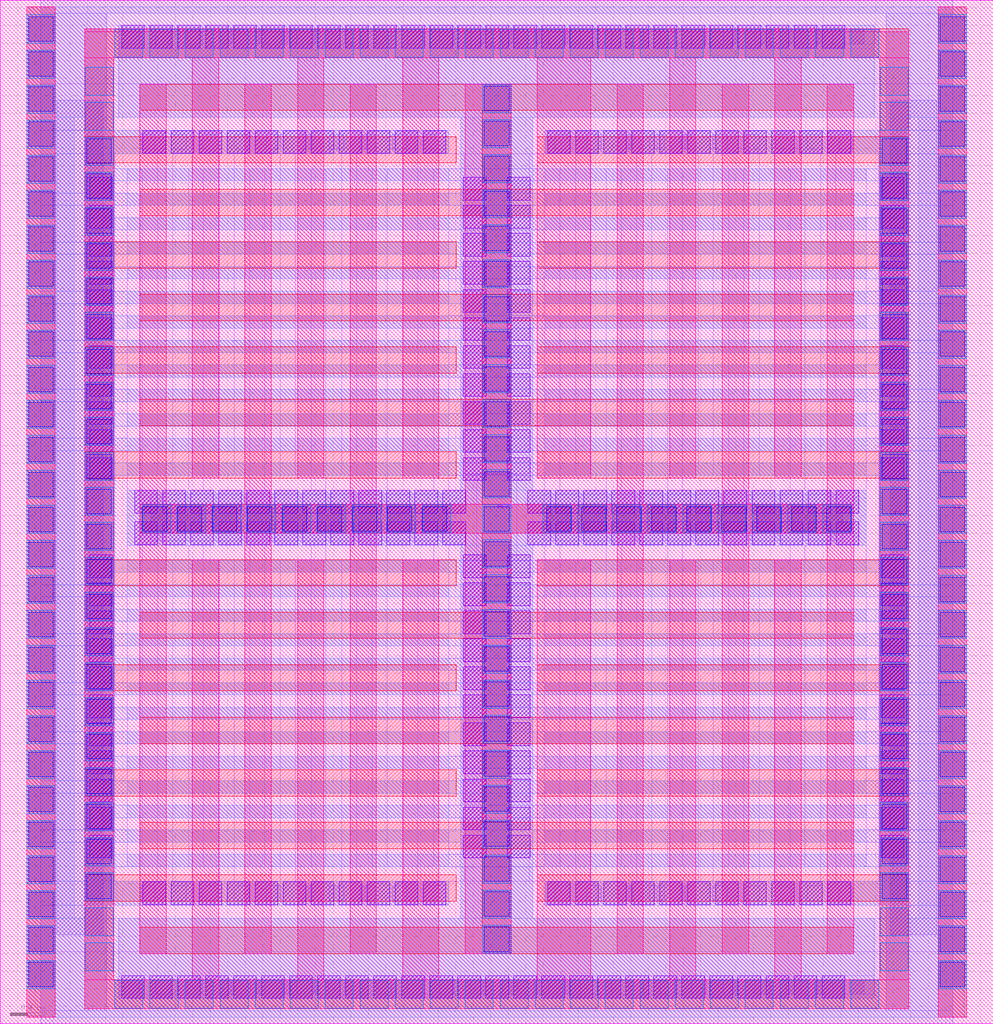
<source format=lef>
# Copyright 2020 The SkyWater PDK Authors
#
# Licensed under the Apache License, Version 2.0 (the "License");
# you may not use this file except in compliance with the License.
# You may obtain a copy of the License at
#
#     https://www.apache.org/licenses/LICENSE-2.0
#
# Unless required by applicable law or agreed to in writing, software
# distributed under the License is distributed on an "AS IS" BASIS,
# WITHOUT WARRANTIES OR CONDITIONS OF ANY KIND, either express or implied.
# See the License for the specific language governing permissions and
# limitations under the License.
#
# SPDX-License-Identifier: Apache-2.0

VERSION 5.7 ;
  NOWIREEXTENSIONATPIN ON ;
  DIVIDERCHAR "/" ;
  BUSBITCHARS "[]" ;
MACRO sky130_fd_pr__cap_vpp_11p3x11p8_l1m1m2m3m4_shieldm5_nhv
  CLASS BLOCK ;
  FOREIGN sky130_fd_pr__cap_vpp_11p3x11p8_l1m1m2m3m4_shieldm5_nhv ;
  ORIGIN  0.000000  0.000000 ;
  SIZE  11.34000 BY  11.69000 ;
  PIN C0
    ANTENNAGATEAREA  80.00000 ;
    PORT
      LAYER met4 ;
        RECT  0.300000 0.075000  0.630000 11.615000 ;
        RECT  1.595000 0.800000  1.895000  5.600000 ;
        RECT  1.595000 5.600000  9.745000  5.930000 ;
        RECT  1.595000 5.930000  1.895000 10.730000 ;
        RECT  2.795000 0.800000  3.095000  5.600000 ;
        RECT  2.795000 5.930000  3.095000 10.730000 ;
        RECT  3.995000 0.800000  4.295000  5.600000 ;
        RECT  3.995000 5.930000  4.295000 10.730000 ;
        RECT  5.310000 0.800000  5.835000  5.600000 ;
        RECT  5.310000 5.930000  5.835000 10.730000 ;
        RECT  7.045000 0.800000  7.345000  5.600000 ;
        RECT  7.045000 5.930000  7.345000 10.730000 ;
        RECT  8.245000 0.800000  8.545000  5.600000 ;
        RECT  8.245000 5.930000  8.545000 10.730000 ;
        RECT  9.445000 0.800000  9.745000  5.600000 ;
        RECT  9.445000 5.930000  9.745000 10.730000 ;
        RECT 10.710000 0.075000 11.040000 11.615000 ;
    END
  END C0
  PIN C1
    ANTENNADIFFAREA  29.799999 ;
    PORT
      LAYER met4 ;
        RECT  0.965000  0.170000 10.375000  0.500000 ;
        RECT  0.965000  0.500000  1.295000 11.030000 ;
        RECT  0.965000 11.030000 10.375000 11.330000 ;
        RECT  0.965000 11.330000 10.045000 11.360000 ;
        RECT  2.195000  0.500000  2.495000  5.300000 ;
        RECT  2.195000  6.230000  2.495000 11.030000 ;
        RECT  3.395000  0.500000  3.695000  5.300000 ;
        RECT  3.395000  6.230000  3.695000 11.030000 ;
        RECT  4.595000  0.500000  5.010000  5.300000 ;
        RECT  4.595000  6.230000  5.010000 11.030000 ;
        RECT  6.135000  0.500000  6.745000  5.300000 ;
        RECT  6.135000  6.230000  6.745000 11.030000 ;
        RECT  7.645000  0.500000  7.945000  5.300000 ;
        RECT  7.645000  6.230000  7.945000 11.030000 ;
        RECT  8.845000  0.500000  9.145000  5.300000 ;
        RECT  8.845000  6.230000  9.145000 11.030000 ;
        RECT 10.045000  0.500000 10.375000 11.030000 ;
    END
  END C1
  PIN MET5
    PORT
      LAYER met5 ;
        RECT 0.000000 0.000000 11.340000 11.690000 ;
    END
  END MET5
  OBS
    LAYER li1 ;
      RECT  0.465000  0.825000 10.875000  1.625000 ;
      RECT  0.465000  1.625000  1.175000  9.935000 ;
      RECT  0.465000  9.935000 10.875000 10.735000 ;
      RECT  1.355000  0.290000  9.980000  0.335000 ;
      RECT  1.355000  0.335000  9.985000  0.505000 ;
      RECT  1.355000  0.505000  9.980000  0.550000 ;
      RECT  1.355000 11.140000  9.980000 11.185000 ;
      RECT  1.355000 11.185000  9.985000 11.355000 ;
      RECT  1.355000 11.355000  9.980000 11.400000 ;
      RECT  1.450000  1.795000  1.620000  5.465000 ;
      RECT  1.450000  5.465000  5.260000  6.095000 ;
      RECT  1.450000  6.095000  1.620000  9.765000 ;
      RECT  1.800000  1.625000  1.970000  5.295000 ;
      RECT  1.800000  6.265000  1.970000  9.935000 ;
      RECT  2.150000  1.795000  2.320000  5.465000 ;
      RECT  2.150000  6.095000  2.320000  9.765000 ;
      RECT  2.500000  1.625000  2.670000  5.295000 ;
      RECT  2.500000  6.265000  2.670000  9.935000 ;
      RECT  2.850000  1.795000  3.020000  5.465000 ;
      RECT  2.850000  6.095000  3.020000  9.765000 ;
      RECT  3.200000  1.625000  3.370000  5.295000 ;
      RECT  3.200000  6.265000  3.370000  9.935000 ;
      RECT  3.550000  1.795000  3.720000  5.465000 ;
      RECT  3.550000  6.095000  3.720000  9.765000 ;
      RECT  3.900000  1.625000  4.070000  5.295000 ;
      RECT  3.900000  6.265000  4.070000  9.935000 ;
      RECT  4.250000  1.795000  4.420000  5.465000 ;
      RECT  4.250000  6.095000  4.420000  9.765000 ;
      RECT  4.600000  1.625000  4.770000  5.295000 ;
      RECT  4.600000  6.265000  4.770000  9.935000 ;
      RECT  4.950000  1.795000  5.120000  5.465000 ;
      RECT  4.950000  6.095000  5.120000  9.765000 ;
      RECT  5.300000  1.625000  6.040000  5.285000 ;
      RECT  5.300000  6.275000  5.900000  6.280000 ;
      RECT  5.300000  6.280000  6.040000  9.935000 ;
      RECT  5.440000  5.285000  5.900000  6.275000 ;
      RECT  6.080000  5.465000  9.890000  6.095000 ;
      RECT  6.220000  1.795000  6.390000  5.465000 ;
      RECT  6.220000  6.095000  6.390000  9.765000 ;
      RECT  6.570000  1.625000  6.740000  5.295000 ;
      RECT  6.570000  6.265000  6.740000  9.935000 ;
      RECT  6.920000  1.795000  7.090000  5.465000 ;
      RECT  6.920000  6.095000  7.090000  9.765000 ;
      RECT  7.270000  1.625000  7.440000  5.295000 ;
      RECT  7.270000  6.265000  7.440000  9.935000 ;
      RECT  7.620000  1.795000  7.790000  5.465000 ;
      RECT  7.620000  6.095000  7.790000  9.765000 ;
      RECT  7.970000  1.625000  8.140000  5.295000 ;
      RECT  7.970000  6.265000  8.140000  9.935000 ;
      RECT  8.320000  1.795000  8.490000  5.465000 ;
      RECT  8.320000  6.095000  8.490000  9.765000 ;
      RECT  8.670000  1.625000  8.840000  5.295000 ;
      RECT  8.670000  6.265000  8.840000  9.935000 ;
      RECT  9.020000  1.795000  9.190000  5.465000 ;
      RECT  9.020000  6.095000  9.190000  9.765000 ;
      RECT  9.370000  1.625000  9.540000  5.295000 ;
      RECT  9.370000  6.265000  9.540000  9.935000 ;
      RECT  9.720000  1.795000  9.890000  5.465000 ;
      RECT  9.720000  6.095000  9.890000  9.765000 ;
      RECT 10.165000  1.625000 10.875000  9.935000 ;
    LAYER mcon ;
      RECT  0.645000  1.015000  1.175000 10.545000 ;
      RECT  1.415000  0.335000  1.585000  0.505000 ;
      RECT  1.415000 11.185000  1.585000 11.355000 ;
      RECT  1.595000  1.405000  1.765000  1.575000 ;
      RECT  1.595000  9.985000  1.765000 10.155000 ;
      RECT  1.720000  5.515000  5.130000  6.045000 ;
      RECT  1.775000  0.335000  1.945000  0.505000 ;
      RECT  1.775000 11.185000  1.945000 11.355000 ;
      RECT  1.955000  1.405000  2.125000  1.575000 ;
      RECT  1.955000  9.985000  2.125000 10.155000 ;
      RECT  2.135000  0.335000  2.305000  0.505000 ;
      RECT  2.135000 11.185000  2.305000 11.355000 ;
      RECT  2.315000  1.405000  2.485000  1.575000 ;
      RECT  2.315000  9.985000  2.485000 10.155000 ;
      RECT  2.495000  0.335000  2.665000  0.505000 ;
      RECT  2.495000 11.185000  2.665000 11.355000 ;
      RECT  2.675000  1.405000  2.845000  1.575000 ;
      RECT  2.675000  9.985000  2.845000 10.155000 ;
      RECT  2.855000  0.335000  3.025000  0.505000 ;
      RECT  2.855000 11.185000  3.025000 11.355000 ;
      RECT  3.035000  1.405000  3.205000  1.575000 ;
      RECT  3.035000  9.985000  3.205000 10.155000 ;
      RECT  3.215000  0.335000  3.385000  0.505000 ;
      RECT  3.215000 11.185000  3.385000 11.355000 ;
      RECT  3.395000  1.405000  3.565000  1.575000 ;
      RECT  3.395000  9.985000  3.565000 10.155000 ;
      RECT  3.575000  0.335000  3.745000  0.505000 ;
      RECT  3.575000 11.185000  3.745000 11.355000 ;
      RECT  3.755000  1.405000  3.925000  1.575000 ;
      RECT  3.755000  9.985000  3.925000 10.155000 ;
      RECT  3.935000  0.335000  4.105000  0.505000 ;
      RECT  3.935000 11.185000  4.105000 11.355000 ;
      RECT  4.115000  1.405000  4.285000  1.575000 ;
      RECT  4.115000  9.985000  4.285000 10.155000 ;
      RECT  4.295000  0.335000  4.465000  0.505000 ;
      RECT  4.295000 11.185000  4.465000 11.355000 ;
      RECT  4.475000  1.405000  4.645000  1.575000 ;
      RECT  4.475000  9.985000  4.645000 10.155000 ;
      RECT  4.655000  0.335000  4.825000  0.505000 ;
      RECT  4.655000 11.185000  4.825000 11.355000 ;
      RECT  4.835000  1.405000  5.005000  1.575000 ;
      RECT  4.835000  9.985000  5.005000 10.155000 ;
      RECT  5.015000  0.335000  5.185000  0.505000 ;
      RECT  5.015000 11.185000  5.185000 11.355000 ;
      RECT  5.375000  0.335000  5.545000  0.505000 ;
      RECT  5.375000 11.185000  5.545000 11.355000 ;
      RECT  5.735000  0.335000  5.905000  0.505000 ;
      RECT  5.735000 11.185000  5.905000 11.355000 ;
      RECT  6.095000  0.335000  6.265000  0.505000 ;
      RECT  6.095000 11.185000  6.265000 11.355000 ;
      RECT  6.210000  5.515000  9.620000  6.045000 ;
      RECT  6.335000  1.405000  6.505000  1.575000 ;
      RECT  6.335000  9.985000  6.505000 10.155000 ;
      RECT  6.455000  0.335000  6.625000  0.505000 ;
      RECT  6.455000 11.185000  6.625000 11.355000 ;
      RECT  6.695000  1.405000  6.865000  1.575000 ;
      RECT  6.695000  9.985000  6.865000 10.155000 ;
      RECT  6.815000  0.335000  6.985000  0.505000 ;
      RECT  6.815000 11.185000  6.985000 11.355000 ;
      RECT  7.055000  1.405000  7.225000  1.575000 ;
      RECT  7.055000  9.985000  7.225000 10.155000 ;
      RECT  7.175000  0.335000  7.345000  0.505000 ;
      RECT  7.175000 11.185000  7.345000 11.355000 ;
      RECT  7.415000  1.405000  7.585000  1.575000 ;
      RECT  7.415000  9.985000  7.585000 10.155000 ;
      RECT  7.535000  0.335000  7.705000  0.505000 ;
      RECT  7.535000 11.185000  7.705000 11.355000 ;
      RECT  7.775000  1.405000  7.945000  1.575000 ;
      RECT  7.775000  9.985000  7.945000 10.155000 ;
      RECT  7.895000  0.335000  8.065000  0.505000 ;
      RECT  7.895000 11.185000  8.065000 11.355000 ;
      RECT  8.135000  1.405000  8.305000  1.575000 ;
      RECT  8.135000  9.985000  8.305000 10.155000 ;
      RECT  8.255000  0.335000  8.425000  0.505000 ;
      RECT  8.255000 11.185000  8.425000 11.355000 ;
      RECT  8.495000  1.405000  8.665000  1.575000 ;
      RECT  8.495000  9.985000  8.665000 10.155000 ;
      RECT  8.615000  0.335000  8.785000  0.505000 ;
      RECT  8.615000 11.185000  8.785000 11.355000 ;
      RECT  8.855000  1.405000  9.025000  1.575000 ;
      RECT  8.855000  9.985000  9.025000 10.155000 ;
      RECT  8.975000  0.335000  9.145000  0.505000 ;
      RECT  8.975000 11.185000  9.145000 11.355000 ;
      RECT  9.215000  1.405000  9.385000  1.575000 ;
      RECT  9.215000  9.985000  9.385000 10.155000 ;
      RECT  9.335000  0.335000  9.505000  0.505000 ;
      RECT  9.335000 11.185000  9.505000 11.355000 ;
      RECT  9.575000  1.405000  9.745000  1.575000 ;
      RECT  9.575000  9.985000  9.745000 10.155000 ;
      RECT  9.695000  0.335000  9.865000  0.505000 ;
      RECT  9.695000 11.185000  9.865000 11.355000 ;
      RECT 10.165000  1.015000 10.695000 10.545000 ;
    LAYER met1 ;
      RECT  0.465000  0.000000 10.875000  0.150000 ;
      RECT  0.465000  0.150000  1.215000  1.355000 ;
      RECT  0.465000  1.355000  5.120000  1.625000 ;
      RECT  0.465000  1.625000  1.310000  2.075000 ;
      RECT  0.465000  2.075000  5.120000  2.215000 ;
      RECT  0.465000  2.215000  1.310000  2.635000 ;
      RECT  0.465000  2.635000  5.120000  2.775000 ;
      RECT  0.465000  2.775000  1.310000  3.195000 ;
      RECT  0.465000  3.195000  5.120000  3.335000 ;
      RECT  0.465000  3.335000  1.310000  3.755000 ;
      RECT  0.465000  3.755000  5.120000  3.895000 ;
      RECT  0.465000  3.895000  1.310000  4.315000 ;
      RECT  0.465000  4.315000  5.120000  4.455000 ;
      RECT  0.465000  4.455000  1.310000  4.875000 ;
      RECT  0.465000  4.875000  5.120000  5.015000 ;
      RECT  0.465000  5.015000  1.310000  6.545000 ;
      RECT  0.465000  6.545000  5.120000  6.685000 ;
      RECT  0.465000  6.685000  1.310000  7.105000 ;
      RECT  0.465000  7.105000  5.120000  7.245000 ;
      RECT  0.465000  7.245000  1.310000  7.665000 ;
      RECT  0.465000  7.665000  5.120000  7.805000 ;
      RECT  0.465000  7.805000  1.310000  8.225000 ;
      RECT  0.465000  8.225000  5.120000  8.365000 ;
      RECT  0.465000  8.365000  1.310000  8.785000 ;
      RECT  0.465000  8.785000  5.120000  8.925000 ;
      RECT  0.465000  8.925000  1.310000  9.345000 ;
      RECT  0.465000  9.345000  5.120000  9.485000 ;
      RECT  0.465000  9.485000  1.310000  9.935000 ;
      RECT  0.465000  9.935000  5.120000 10.205000 ;
      RECT  0.465000 10.205000  1.215000 11.540000 ;
      RECT  0.465000 11.540000 10.875000 11.690000 ;
      RECT  1.355000  0.290000  9.980000  1.205000 ;
      RECT  1.355000 10.355000  9.980000 11.400000 ;
      RECT  1.450000  1.795000  9.890000  1.935000 ;
      RECT  1.450000  2.355000  9.890000  2.495000 ;
      RECT  1.450000  2.915000  9.890000  3.055000 ;
      RECT  1.450000  3.475000  9.890000  3.615000 ;
      RECT  1.450000  4.035000  9.890000  4.175000 ;
      RECT  1.450000  4.595000  9.890000  4.735000 ;
      RECT  1.450000  5.155000  9.890000  5.295000 ;
      RECT  1.450000  5.465000  9.890000  6.095000 ;
      RECT  1.450000  6.265000  9.890000  6.405000 ;
      RECT  1.450000  6.825000  9.890000  6.965000 ;
      RECT  1.450000  7.385000  9.890000  7.525000 ;
      RECT  1.450000  7.945000  9.890000  8.085000 ;
      RECT  1.450000  8.505000  9.890000  8.645000 ;
      RECT  1.450000  9.065000  9.890000  9.205000 ;
      RECT  1.450000  9.625000  9.890000  9.765000 ;
      RECT  5.260000  1.205000  6.080000  1.795000 ;
      RECT  5.260000  1.935000  6.080000  2.355000 ;
      RECT  5.260000  2.495000  6.080000  2.915000 ;
      RECT  5.260000  3.055000  6.080000  3.475000 ;
      RECT  5.260000  3.615000  6.080000  4.035000 ;
      RECT  5.260000  4.175000  6.080000  4.595000 ;
      RECT  5.260000  4.735000  6.080000  5.155000 ;
      RECT  5.260000  5.295000  6.080000  5.465000 ;
      RECT  5.260000  6.095000  6.080000  6.265000 ;
      RECT  5.260000  6.405000  6.080000  6.825000 ;
      RECT  5.260000  6.965000  6.080000  7.385000 ;
      RECT  5.260000  7.525000  6.080000  7.945000 ;
      RECT  5.260000  8.085000  6.080000  8.505000 ;
      RECT  5.260000  8.645000  6.080000  9.065000 ;
      RECT  5.260000  9.205000  6.080000  9.625000 ;
      RECT  5.260000  9.765000  6.080000 10.355000 ;
      RECT  6.220000  1.355000 10.875000  1.625000 ;
      RECT  6.220000  2.075000 10.875000  2.215000 ;
      RECT  6.220000  2.635000 10.875000  2.775000 ;
      RECT  6.220000  3.195000 10.875000  3.335000 ;
      RECT  6.220000  3.755000 10.875000  3.895000 ;
      RECT  6.220000  4.315000 10.875000  4.455000 ;
      RECT  6.220000  4.875000 10.875000  5.015000 ;
      RECT  6.220000  6.545000 10.875000  6.685000 ;
      RECT  6.220000  7.105000 10.875000  7.245000 ;
      RECT  6.220000  7.665000 10.875000  7.805000 ;
      RECT  6.220000  8.225000 10.875000  8.365000 ;
      RECT  6.220000  8.785000 10.875000  8.925000 ;
      RECT  6.220000  9.345000 10.875000  9.485000 ;
      RECT  6.220000  9.935000 10.875000 10.205000 ;
      RECT 10.030000  1.625000 10.875000  2.075000 ;
      RECT 10.030000  2.215000 10.875000  2.635000 ;
      RECT 10.030000  2.775000 10.875000  3.195000 ;
      RECT 10.030000  3.335000 10.875000  3.755000 ;
      RECT 10.030000  3.895000 10.875000  4.315000 ;
      RECT 10.030000  4.455000 10.875000  4.875000 ;
      RECT 10.030000  5.015000 10.875000  6.545000 ;
      RECT 10.030000  6.685000 10.875000  7.105000 ;
      RECT 10.030000  7.245000 10.875000  7.665000 ;
      RECT 10.030000  7.805000 10.875000  8.225000 ;
      RECT 10.030000  8.365000 10.875000  8.785000 ;
      RECT 10.030000  8.925000 10.875000  9.345000 ;
      RECT 10.030000  9.485000 10.875000  9.935000 ;
      RECT 10.120000  0.150000 10.875000  1.355000 ;
      RECT 10.120000 10.205000 10.875000 11.540000 ;
    LAYER met2 ;
      RECT  0.325000  0.075000 11.015000  1.205000 ;
      RECT  0.325000  1.205000  0.845000 10.355000 ;
      RECT  0.325000 10.355000 11.015000 11.615000 ;
      RECT  0.990000  1.355000  5.120000  1.625000 ;
      RECT  0.990000  1.625000  1.310000  1.795000 ;
      RECT  0.990000  1.795000  5.120000  1.935000 ;
      RECT  0.990000  1.935000  1.310000  2.355000 ;
      RECT  0.990000  2.355000  5.120000  2.495000 ;
      RECT  0.990000  2.495000  1.310000  2.915000 ;
      RECT  0.990000  2.915000  5.120000  3.055000 ;
      RECT  0.990000  3.055000  1.310000  3.475000 ;
      RECT  0.990000  3.475000  5.120000  3.615000 ;
      RECT  0.990000  3.615000  1.310000  4.035000 ;
      RECT  0.990000  4.035000  5.120000  4.175000 ;
      RECT  0.990000  4.175000  1.310000  4.595000 ;
      RECT  0.990000  4.595000  5.120000  4.735000 ;
      RECT  0.990000  4.735000  1.310000  5.155000 ;
      RECT  0.990000  5.155000  5.120000  5.295000 ;
      RECT  0.990000  5.295000  1.310000  6.265000 ;
      RECT  0.990000  6.265000  5.120000  6.405000 ;
      RECT  0.990000  6.405000  1.310000  6.825000 ;
      RECT  0.990000  6.825000  5.120000  6.965000 ;
      RECT  0.990000  6.965000  1.310000  7.385000 ;
      RECT  0.990000  7.385000  5.120000  7.525000 ;
      RECT  0.990000  7.525000  1.310000  7.945000 ;
      RECT  0.990000  7.945000  5.120000  8.085000 ;
      RECT  0.990000  8.085000  1.310000  8.505000 ;
      RECT  0.990000  8.505000  5.120000  8.645000 ;
      RECT  0.990000  8.645000  1.310000  9.065000 ;
      RECT  0.990000  9.065000  5.120000  9.205000 ;
      RECT  0.990000  9.205000  1.310000  9.625000 ;
      RECT  0.990000  9.625000  5.120000  9.765000 ;
      RECT  0.990000  9.765000  1.310000  9.935000 ;
      RECT  0.990000  9.935000  5.120000 10.205000 ;
      RECT  1.450000  2.075000  9.890000  2.215000 ;
      RECT  1.450000  2.635000  9.890000  2.775000 ;
      RECT  1.450000  3.195000  9.890000  3.335000 ;
      RECT  1.450000  3.755000  9.890000  3.895000 ;
      RECT  1.450000  4.315000  9.890000  4.455000 ;
      RECT  1.450000  4.875000  9.890000  5.015000 ;
      RECT  1.450000  5.465000  9.890000  6.095000 ;
      RECT  1.450000  6.545000  9.890000  6.685000 ;
      RECT  1.450000  7.105000  9.890000  7.245000 ;
      RECT  1.450000  7.665000  9.890000  7.805000 ;
      RECT  1.450000  8.225000  9.890000  8.365000 ;
      RECT  1.450000  8.785000  9.890000  8.925000 ;
      RECT  1.450000  9.345000  9.890000  9.485000 ;
      RECT  5.260000  1.205000  6.080000  2.075000 ;
      RECT  5.260000  2.215000  6.080000  2.635000 ;
      RECT  5.260000  2.775000  6.080000  3.195000 ;
      RECT  5.260000  3.335000  6.080000  3.755000 ;
      RECT  5.260000  3.895000  6.080000  4.315000 ;
      RECT  5.260000  4.455000  6.080000  4.875000 ;
      RECT  5.260000  5.015000  6.080000  5.465000 ;
      RECT  5.260000  6.095000  6.080000  6.545000 ;
      RECT  5.260000  6.685000  6.080000  7.105000 ;
      RECT  5.260000  7.245000  6.080000  7.665000 ;
      RECT  5.260000  7.805000  6.080000  8.225000 ;
      RECT  5.260000  8.365000  6.080000  8.785000 ;
      RECT  5.260000  8.925000  6.080000  9.345000 ;
      RECT  5.260000  9.485000  6.080000 10.355000 ;
      RECT  6.220000  1.355000 10.350000  1.625000 ;
      RECT  6.220000  1.795000 10.350000  1.935000 ;
      RECT  6.220000  2.355000 10.350000  2.495000 ;
      RECT  6.220000  2.915000 10.350000  3.055000 ;
      RECT  6.220000  3.475000 10.350000  3.615000 ;
      RECT  6.220000  4.035000 10.350000  4.175000 ;
      RECT  6.220000  4.595000 10.350000  4.735000 ;
      RECT  6.220000  5.155000 10.350000  5.295000 ;
      RECT  6.220000  6.265000 10.350000  6.405000 ;
      RECT  6.220000  6.825000 10.350000  6.965000 ;
      RECT  6.220000  7.385000 10.350000  7.525000 ;
      RECT  6.220000  7.945000 10.350000  8.085000 ;
      RECT  6.220000  8.505000 10.350000  8.645000 ;
      RECT  6.220000  9.065000 10.350000  9.205000 ;
      RECT  6.220000  9.625000 10.350000  9.765000 ;
      RECT  6.220000  9.935000 10.350000 10.205000 ;
      RECT 10.030000  1.625000 10.350000  1.795000 ;
      RECT 10.030000  1.935000 10.350000  2.355000 ;
      RECT 10.030000  2.495000 10.350000  2.915000 ;
      RECT 10.030000  3.055000 10.350000  3.475000 ;
      RECT 10.030000  3.615000 10.350000  4.035000 ;
      RECT 10.030000  4.175000 10.350000  4.595000 ;
      RECT 10.030000  4.735000 10.350000  5.155000 ;
      RECT 10.030000  5.295000 10.350000  6.265000 ;
      RECT 10.030000  6.405000 10.350000  6.825000 ;
      RECT 10.030000  6.965000 10.350000  7.385000 ;
      RECT 10.030000  7.525000 10.350000  7.945000 ;
      RECT 10.030000  8.085000 10.350000  8.505000 ;
      RECT 10.030000  8.645000 10.350000  9.065000 ;
      RECT 10.030000  9.205000 10.350000  9.625000 ;
      RECT 10.030000  9.765000 10.350000  9.935000 ;
      RECT 10.490000  1.205000 11.015000 10.355000 ;
    LAYER met3 ;
      RECT  0.300000  0.075000  0.630000 11.615000 ;
      RECT  0.965000  0.170000 10.375000  0.500000 ;
      RECT  0.965000  0.500000  1.295000  1.400000 ;
      RECT  0.965000  1.400000  5.205000  1.700000 ;
      RECT  0.965000  1.700000  1.295000  2.600000 ;
      RECT  0.965000  2.600000  5.205000  2.900000 ;
      RECT  0.965000  2.900000  1.295000  3.800000 ;
      RECT  0.965000  3.800000  5.205000  4.100000 ;
      RECT  0.965000  4.100000  1.295000  5.000000 ;
      RECT  0.965000  5.000000  5.205000  5.300000 ;
      RECT  0.965000  5.300000  1.295000  6.230000 ;
      RECT  0.965000  6.230000  5.205000  6.530000 ;
      RECT  0.965000  6.530000  1.295000  7.430000 ;
      RECT  0.965000  7.430000  5.205000  7.730000 ;
      RECT  0.965000  7.730000  1.295000  8.630000 ;
      RECT  0.965000  8.630000  5.205000  8.930000 ;
      RECT  0.965000  8.930000  1.295000  9.830000 ;
      RECT  0.965000  9.830000  5.205000 10.130000 ;
      RECT  0.965000 10.130000  1.295000 11.030000 ;
      RECT  0.965000 11.030000 10.375000 11.360000 ;
      RECT  1.595000  0.800000  9.745000  1.100000 ;
      RECT  1.595000  2.000000  9.745000  2.300000 ;
      RECT  1.595000  3.200000  9.745000  3.500000 ;
      RECT  1.595000  4.400000  9.745000  4.700000 ;
      RECT  1.595000  5.600000  9.745000  5.930000 ;
      RECT  1.595000  6.830000  9.745000  7.130000 ;
      RECT  1.595000  8.030000  9.745000  8.330000 ;
      RECT  1.595000  9.230000  9.745000  9.530000 ;
      RECT  1.595000 10.430000  9.745000 10.730000 ;
      RECT  5.505000  1.100000  5.835000  2.000000 ;
      RECT  5.505000  2.300000  5.835000  3.200000 ;
      RECT  5.505000  3.500000  5.835000  4.400000 ;
      RECT  5.505000  4.700000  5.835000  5.600000 ;
      RECT  5.505000  5.930000  5.835000  6.830000 ;
      RECT  5.505000  7.130000  5.835000  8.030000 ;
      RECT  5.505000  8.330000  5.835000  9.230000 ;
      RECT  5.505000  9.530000  5.835000 10.430000 ;
      RECT  6.135000  1.400000 10.375000  1.700000 ;
      RECT  6.135000  2.600000 10.375000  2.900000 ;
      RECT  6.135000  3.800000 10.375000  4.100000 ;
      RECT  6.135000  5.000000 10.375000  5.300000 ;
      RECT  6.135000  6.230000 10.375000  6.530000 ;
      RECT  6.135000  7.430000 10.375000  7.730000 ;
      RECT  6.135000  8.630000 10.375000  8.930000 ;
      RECT  6.135000  9.830000 10.375000 10.130000 ;
      RECT 10.045000  0.500000 10.375000  1.400000 ;
      RECT 10.045000  1.700000 10.375000  2.600000 ;
      RECT 10.045000  2.900000 10.375000  3.800000 ;
      RECT 10.045000  4.100000 10.375000  5.000000 ;
      RECT 10.045000  5.300000 10.375000  6.230000 ;
      RECT 10.045000  6.530000 10.375000  7.430000 ;
      RECT 10.045000  7.730000 10.375000  8.630000 ;
      RECT 10.045000  8.930000 10.375000  9.830000 ;
      RECT 10.045000 10.130000 10.375000 11.030000 ;
      RECT 10.710000  0.075000 11.040000 11.615000 ;
    LAYER via ;
      RECT  1.020000  1.895000  1.280000  2.155000 ;
      RECT  1.020000  2.215000  1.280000  2.475000 ;
      RECT  1.020000  2.535000  1.280000  2.795000 ;
      RECT  1.020000  2.855000  1.280000  3.115000 ;
      RECT  1.020000  3.175000  1.280000  3.435000 ;
      RECT  1.020000  3.495000  1.280000  3.755000 ;
      RECT  1.020000  3.815000  1.280000  4.075000 ;
      RECT  1.020000  4.135000  1.280000  4.395000 ;
      RECT  1.020000  4.455000  1.280000  4.715000 ;
      RECT  1.020000  4.775000  1.280000  5.035000 ;
      RECT  1.020000  5.095000  1.280000  5.355000 ;
      RECT  1.020000  6.205000  1.280000  6.465000 ;
      RECT  1.020000  6.525000  1.280000  6.785000 ;
      RECT  1.020000  6.845000  1.280000  7.105000 ;
      RECT  1.020000  7.165000  1.280000  7.425000 ;
      RECT  1.020000  7.485000  1.280000  7.745000 ;
      RECT  1.020000  7.805000  1.280000  8.065000 ;
      RECT  1.020000  8.125000  1.280000  8.385000 ;
      RECT  1.020000  8.445000  1.280000  8.705000 ;
      RECT  1.020000  8.765000  1.280000  9.025000 ;
      RECT  1.020000  9.085000  1.280000  9.345000 ;
      RECT  1.020000  9.405000  1.280000  9.665000 ;
      RECT  1.385000  0.290000  1.645000  0.550000 ;
      RECT  1.385000 11.140000  1.645000 11.400000 ;
      RECT  1.535000  5.470000  1.795000  5.730000 ;
      RECT  1.535000  5.830000  1.795000  6.090000 ;
      RECT  1.630000  1.360000  1.890000  1.620000 ;
      RECT  1.630000  9.940000  1.890000 10.200000 ;
      RECT  1.705000  0.290000  1.965000  0.550000 ;
      RECT  1.705000 11.140000  1.965000 11.400000 ;
      RECT  1.855000  5.470000  2.115000  5.730000 ;
      RECT  1.855000  5.830000  2.115000  6.090000 ;
      RECT  1.950000  1.360000  2.210000  1.620000 ;
      RECT  1.950000  9.940000  2.210000 10.200000 ;
      RECT  2.025000  0.290000  2.285000  0.550000 ;
      RECT  2.025000 11.140000  2.285000 11.400000 ;
      RECT  2.175000  5.470000  2.435000  5.730000 ;
      RECT  2.175000  5.830000  2.435000  6.090000 ;
      RECT  2.270000  1.360000  2.530000  1.620000 ;
      RECT  2.270000  9.940000  2.530000 10.200000 ;
      RECT  2.345000  0.290000  2.605000  0.550000 ;
      RECT  2.345000 11.140000  2.605000 11.400000 ;
      RECT  2.495000  5.470000  2.755000  5.730000 ;
      RECT  2.495000  5.830000  2.755000  6.090000 ;
      RECT  2.590000  1.360000  2.850000  1.620000 ;
      RECT  2.590000  9.940000  2.850000 10.200000 ;
      RECT  2.665000  0.290000  2.925000  0.550000 ;
      RECT  2.665000 11.140000  2.925000 11.400000 ;
      RECT  2.815000  5.470000  3.075000  5.730000 ;
      RECT  2.815000  5.830000  3.075000  6.090000 ;
      RECT  2.910000  1.360000  3.170000  1.620000 ;
      RECT  2.910000  9.940000  3.170000 10.200000 ;
      RECT  2.985000  0.290000  3.245000  0.550000 ;
      RECT  2.985000 11.140000  3.245000 11.400000 ;
      RECT  3.135000  5.470000  3.395000  5.730000 ;
      RECT  3.135000  5.830000  3.395000  6.090000 ;
      RECT  3.230000  1.360000  3.490000  1.620000 ;
      RECT  3.230000  9.940000  3.490000 10.200000 ;
      RECT  3.305000  0.290000  3.565000  0.550000 ;
      RECT  3.305000 11.140000  3.565000 11.400000 ;
      RECT  3.455000  5.470000  3.715000  5.730000 ;
      RECT  3.455000  5.830000  3.715000  6.090000 ;
      RECT  3.550000  1.360000  3.810000  1.620000 ;
      RECT  3.550000  9.940000  3.810000 10.200000 ;
      RECT  3.625000  0.290000  3.885000  0.550000 ;
      RECT  3.625000 11.140000  3.885000 11.400000 ;
      RECT  3.775000  5.470000  4.035000  5.730000 ;
      RECT  3.775000  5.830000  4.035000  6.090000 ;
      RECT  3.870000  1.360000  4.130000  1.620000 ;
      RECT  3.870000  9.940000  4.130000 10.200000 ;
      RECT  3.945000  0.290000  4.205000  0.550000 ;
      RECT  3.945000 11.140000  4.205000 11.400000 ;
      RECT  4.095000  5.470000  4.355000  5.730000 ;
      RECT  4.095000  5.830000  4.355000  6.090000 ;
      RECT  4.190000  1.360000  4.450000  1.620000 ;
      RECT  4.190000  9.940000  4.450000 10.200000 ;
      RECT  4.265000  0.290000  4.525000  0.550000 ;
      RECT  4.265000 11.140000  4.525000 11.400000 ;
      RECT  4.415000  5.470000  4.675000  5.730000 ;
      RECT  4.415000  5.830000  4.675000  6.090000 ;
      RECT  4.510000  1.360000  4.770000  1.620000 ;
      RECT  4.510000  9.940000  4.770000 10.200000 ;
      RECT  4.585000  0.290000  4.845000  0.550000 ;
      RECT  4.585000 11.140000  4.845000 11.400000 ;
      RECT  4.735000  5.470000  4.995000  5.730000 ;
      RECT  4.735000  5.830000  4.995000  6.090000 ;
      RECT  4.830000  1.360000  5.090000  1.620000 ;
      RECT  4.830000  9.940000  5.090000 10.200000 ;
      RECT  4.905000  0.290000  5.165000  0.550000 ;
      RECT  4.905000 11.140000  5.165000 11.400000 ;
      RECT  5.055000  5.470000  5.315000  5.730000 ;
      RECT  5.055000  5.830000  5.315000  6.090000 ;
      RECT  5.225000  0.290000  5.485000  0.550000 ;
      RECT  5.225000 11.140000  5.485000 11.400000 ;
      RECT  5.290000  1.895000  5.550000  2.155000 ;
      RECT  5.290000  2.215000  5.550000  2.475000 ;
      RECT  5.290000  2.535000  5.550000  2.795000 ;
      RECT  5.290000  2.855000  5.550000  3.115000 ;
      RECT  5.290000  3.175000  5.550000  3.435000 ;
      RECT  5.290000  3.495000  5.550000  3.755000 ;
      RECT  5.290000  3.815000  5.550000  4.075000 ;
      RECT  5.290000  4.135000  5.550000  4.395000 ;
      RECT  5.290000  4.455000  5.550000  4.715000 ;
      RECT  5.290000  4.775000  5.550000  5.035000 ;
      RECT  5.290000  5.095000  5.550000  5.355000 ;
      RECT  5.290000  6.205000  5.550000  6.465000 ;
      RECT  5.290000  6.525000  5.550000  6.785000 ;
      RECT  5.290000  6.845000  5.550000  7.105000 ;
      RECT  5.290000  7.165000  5.550000  7.425000 ;
      RECT  5.290000  7.485000  5.550000  7.745000 ;
      RECT  5.290000  7.805000  5.550000  8.065000 ;
      RECT  5.290000  8.125000  5.550000  8.385000 ;
      RECT  5.290000  8.445000  5.550000  8.705000 ;
      RECT  5.290000  8.765000  5.550000  9.025000 ;
      RECT  5.290000  9.085000  5.550000  9.345000 ;
      RECT  5.290000  9.405000  5.550000  9.665000 ;
      RECT  5.545000  0.290000  5.805000  0.550000 ;
      RECT  5.545000 11.140000  5.805000 11.400000 ;
      RECT  5.790000  1.895000  6.050000  2.155000 ;
      RECT  5.790000  2.215000  6.050000  2.475000 ;
      RECT  5.790000  2.535000  6.050000  2.795000 ;
      RECT  5.790000  2.855000  6.050000  3.115000 ;
      RECT  5.790000  3.175000  6.050000  3.435000 ;
      RECT  5.790000  3.495000  6.050000  3.755000 ;
      RECT  5.790000  3.815000  6.050000  4.075000 ;
      RECT  5.790000  4.135000  6.050000  4.395000 ;
      RECT  5.790000  4.455000  6.050000  4.715000 ;
      RECT  5.790000  4.775000  6.050000  5.035000 ;
      RECT  5.790000  5.095000  6.050000  5.355000 ;
      RECT  5.790000  6.205000  6.050000  6.465000 ;
      RECT  5.790000  6.525000  6.050000  6.785000 ;
      RECT  5.790000  6.845000  6.050000  7.105000 ;
      RECT  5.790000  7.165000  6.050000  7.425000 ;
      RECT  5.790000  7.485000  6.050000  7.745000 ;
      RECT  5.790000  7.805000  6.050000  8.065000 ;
      RECT  5.790000  8.125000  6.050000  8.385000 ;
      RECT  5.790000  8.445000  6.050000  8.705000 ;
      RECT  5.790000  8.765000  6.050000  9.025000 ;
      RECT  5.790000  9.085000  6.050000  9.345000 ;
      RECT  5.790000  9.405000  6.050000  9.665000 ;
      RECT  5.865000  0.290000  6.125000  0.550000 ;
      RECT  5.865000 11.140000  6.125000 11.400000 ;
      RECT  6.025000  5.470000  6.285000  5.730000 ;
      RECT  6.025000  5.830000  6.285000  6.090000 ;
      RECT  6.185000  0.290000  6.445000  0.550000 ;
      RECT  6.185000 11.140000  6.445000 11.400000 ;
      RECT  6.250000  1.360000  6.510000  1.620000 ;
      RECT  6.250000  9.940000  6.510000 10.200000 ;
      RECT  6.345000  5.470000  6.605000  5.730000 ;
      RECT  6.345000  5.830000  6.605000  6.090000 ;
      RECT  6.505000  0.290000  6.765000  0.550000 ;
      RECT  6.505000 11.140000  6.765000 11.400000 ;
      RECT  6.570000  1.360000  6.830000  1.620000 ;
      RECT  6.570000  9.940000  6.830000 10.200000 ;
      RECT  6.665000  5.470000  6.925000  5.730000 ;
      RECT  6.665000  5.830000  6.925000  6.090000 ;
      RECT  6.825000  0.290000  7.085000  0.550000 ;
      RECT  6.825000 11.140000  7.085000 11.400000 ;
      RECT  6.890000  1.360000  7.150000  1.620000 ;
      RECT  6.890000  9.940000  7.150000 10.200000 ;
      RECT  6.985000  5.470000  7.245000  5.730000 ;
      RECT  6.985000  5.830000  7.245000  6.090000 ;
      RECT  7.145000  0.290000  7.405000  0.550000 ;
      RECT  7.145000 11.140000  7.405000 11.400000 ;
      RECT  7.210000  1.360000  7.470000  1.620000 ;
      RECT  7.210000  9.940000  7.470000 10.200000 ;
      RECT  7.305000  5.470000  7.565000  5.730000 ;
      RECT  7.305000  5.830000  7.565000  6.090000 ;
      RECT  7.465000  0.290000  7.725000  0.550000 ;
      RECT  7.465000 11.140000  7.725000 11.400000 ;
      RECT  7.530000  1.360000  7.790000  1.620000 ;
      RECT  7.530000  9.940000  7.790000 10.200000 ;
      RECT  7.625000  5.470000  7.885000  5.730000 ;
      RECT  7.625000  5.830000  7.885000  6.090000 ;
      RECT  7.785000  0.290000  8.045000  0.550000 ;
      RECT  7.785000 11.140000  8.045000 11.400000 ;
      RECT  7.850000  1.360000  8.110000  1.620000 ;
      RECT  7.850000  9.940000  8.110000 10.200000 ;
      RECT  7.945000  5.470000  8.205000  5.730000 ;
      RECT  7.945000  5.830000  8.205000  6.090000 ;
      RECT  8.105000  0.290000  8.365000  0.550000 ;
      RECT  8.105000 11.140000  8.365000 11.400000 ;
      RECT  8.170000  1.360000  8.430000  1.620000 ;
      RECT  8.170000  9.940000  8.430000 10.200000 ;
      RECT  8.265000  5.470000  8.525000  5.730000 ;
      RECT  8.265000  5.830000  8.525000  6.090000 ;
      RECT  8.425000  0.290000  8.685000  0.550000 ;
      RECT  8.425000 11.140000  8.685000 11.400000 ;
      RECT  8.490000  1.360000  8.750000  1.620000 ;
      RECT  8.490000  9.940000  8.750000 10.200000 ;
      RECT  8.585000  5.470000  8.845000  5.730000 ;
      RECT  8.585000  5.830000  8.845000  6.090000 ;
      RECT  8.745000  0.290000  9.005000  0.550000 ;
      RECT  8.745000 11.140000  9.005000 11.400000 ;
      RECT  8.810000  1.360000  9.070000  1.620000 ;
      RECT  8.810000  9.940000  9.070000 10.200000 ;
      RECT  8.905000  5.470000  9.165000  5.730000 ;
      RECT  8.905000  5.830000  9.165000  6.090000 ;
      RECT  9.065000  0.290000  9.325000  0.550000 ;
      RECT  9.065000 11.140000  9.325000 11.400000 ;
      RECT  9.130000  1.360000  9.390000  1.620000 ;
      RECT  9.130000  9.940000  9.390000 10.200000 ;
      RECT  9.225000  5.470000  9.485000  5.730000 ;
      RECT  9.225000  5.830000  9.485000  6.090000 ;
      RECT  9.385000  0.290000  9.645000  0.550000 ;
      RECT  9.385000 11.140000  9.645000 11.400000 ;
      RECT  9.450000  1.360000  9.710000  1.620000 ;
      RECT  9.450000  9.940000  9.710000 10.200000 ;
      RECT  9.545000  5.470000  9.805000  5.730000 ;
      RECT  9.545000  5.830000  9.805000  6.090000 ;
      RECT 10.060000  1.895000 10.320000  2.155000 ;
      RECT 10.060000  2.215000 10.320000  2.475000 ;
      RECT 10.060000  2.535000 10.320000  2.795000 ;
      RECT 10.060000  2.855000 10.320000  3.115000 ;
      RECT 10.060000  3.175000 10.320000  3.435000 ;
      RECT 10.060000  3.495000 10.320000  3.755000 ;
      RECT 10.060000  3.815000 10.320000  4.075000 ;
      RECT 10.060000  4.135000 10.320000  4.395000 ;
      RECT 10.060000  4.455000 10.320000  4.715000 ;
      RECT 10.060000  4.775000 10.320000  5.035000 ;
      RECT 10.060000  5.095000 10.320000  5.355000 ;
      RECT 10.060000  6.205000 10.320000  6.465000 ;
      RECT 10.060000  6.525000 10.320000  6.785000 ;
      RECT 10.060000  6.845000 10.320000  7.105000 ;
      RECT 10.060000  7.165000 10.320000  7.425000 ;
      RECT 10.060000  7.485000 10.320000  7.745000 ;
      RECT 10.060000  7.805000 10.320000  8.065000 ;
      RECT 10.060000  8.125000 10.320000  8.385000 ;
      RECT 10.060000  8.445000 10.320000  8.705000 ;
      RECT 10.060000  8.765000 10.320000  9.025000 ;
      RECT 10.060000  9.085000 10.320000  9.345000 ;
      RECT 10.060000  9.405000 10.320000  9.665000 ;
    LAYER via2 ;
      RECT  0.325000  0.420000  0.605000  0.700000 ;
      RECT  0.325000  0.820000  0.605000  1.100000 ;
      RECT  0.325000  1.220000  0.605000  1.500000 ;
      RECT  0.325000  1.620000  0.605000  1.900000 ;
      RECT  0.325000  2.020000  0.605000  2.300000 ;
      RECT  0.325000  2.420000  0.605000  2.700000 ;
      RECT  0.325000  2.820000  0.605000  3.100000 ;
      RECT  0.325000  3.220000  0.605000  3.500000 ;
      RECT  0.325000  3.620000  0.605000  3.900000 ;
      RECT  0.325000  4.020000  0.605000  4.300000 ;
      RECT  0.325000  4.420000  0.605000  4.700000 ;
      RECT  0.325000  4.820000  0.605000  5.100000 ;
      RECT  0.325000  5.220000  0.605000  5.500000 ;
      RECT  0.325000  5.620000  0.605000  5.900000 ;
      RECT  0.325000  6.020000  0.605000  6.300000 ;
      RECT  0.325000  6.420000  0.605000  6.700000 ;
      RECT  0.325000  6.820000  0.605000  7.100000 ;
      RECT  0.325000  7.220000  0.605000  7.500000 ;
      RECT  0.325000  7.620000  0.605000  7.900000 ;
      RECT  0.325000  8.020000  0.605000  8.300000 ;
      RECT  0.325000  8.420000  0.605000  8.700000 ;
      RECT  0.325000  8.820000  0.605000  9.100000 ;
      RECT  0.325000  9.220000  0.605000  9.500000 ;
      RECT  0.325000  9.620000  0.605000  9.900000 ;
      RECT  0.325000 10.020000  0.605000 10.300000 ;
      RECT  0.325000 10.420000  0.605000 10.700000 ;
      RECT  0.325000 10.820000  0.605000 11.100000 ;
      RECT  0.325000 11.220000  0.605000 11.500000 ;
      RECT  0.990000  1.425000  1.270000  1.705000 ;
      RECT  0.990000  1.825000  1.270000  2.105000 ;
      RECT  0.990000  2.225000  1.270000  2.505000 ;
      RECT  0.990000  2.625000  1.270000  2.905000 ;
      RECT  0.990000  3.025000  1.270000  3.305000 ;
      RECT  0.990000  3.425000  1.270000  3.705000 ;
      RECT  0.990000  3.825000  1.270000  4.105000 ;
      RECT  0.990000  4.225000  1.270000  4.505000 ;
      RECT  0.990000  4.625000  1.270000  4.905000 ;
      RECT  0.990000  5.025000  1.270000  5.305000 ;
      RECT  0.990000  5.425000  1.270000  5.705000 ;
      RECT  0.990000  5.825000  1.270000  6.105000 ;
      RECT  0.990000  6.225000  1.270000  6.505000 ;
      RECT  0.990000  6.625000  1.270000  6.905000 ;
      RECT  0.990000  7.025000  1.270000  7.305000 ;
      RECT  0.990000  7.425000  1.270000  7.705000 ;
      RECT  0.990000  7.825000  1.270000  8.105000 ;
      RECT  0.990000  8.225000  1.270000  8.505000 ;
      RECT  0.990000  8.625000  1.270000  8.905000 ;
      RECT  0.990000  9.025000  1.270000  9.305000 ;
      RECT  0.990000  9.425000  1.270000  9.705000 ;
      RECT  0.990000  9.825000  1.270000 10.105000 ;
      RECT  1.620000  5.625000  1.900000  5.905000 ;
      RECT  2.020000  5.625000  2.300000  5.905000 ;
      RECT  2.420000  5.625000  2.700000  5.905000 ;
      RECT  2.820000  5.625000  3.100000  5.905000 ;
      RECT  3.220000  5.625000  3.500000  5.905000 ;
      RECT  3.620000  5.625000  3.900000  5.905000 ;
      RECT  4.020000  5.625000  4.300000  5.905000 ;
      RECT  4.420000  5.625000  4.700000  5.905000 ;
      RECT  4.820000  5.625000  5.100000  5.905000 ;
      RECT  5.530000  0.825000  5.810000  1.105000 ;
      RECT  5.530000  1.225000  5.810000  1.505000 ;
      RECT  5.530000  1.625000  5.810000  1.905000 ;
      RECT  5.530000  2.025000  5.810000  2.305000 ;
      RECT  5.530000  2.425000  5.810000  2.705000 ;
      RECT  5.530000  2.825000  5.810000  3.105000 ;
      RECT  5.530000  3.225000  5.810000  3.505000 ;
      RECT  5.530000  3.625000  5.810000  3.905000 ;
      RECT  5.530000  4.025000  5.810000  4.305000 ;
      RECT  5.530000  4.425000  5.810000  4.705000 ;
      RECT  5.530000  4.825000  5.810000  5.105000 ;
      RECT  5.530000  5.225000  5.810000  5.505000 ;
      RECT  5.530000  5.625000  5.810000  5.905000 ;
      RECT  5.530000  6.025000  5.810000  6.305000 ;
      RECT  5.530000  6.425000  5.810000  6.705000 ;
      RECT  5.530000  6.825000  5.810000  7.105000 ;
      RECT  5.530000  7.225000  5.810000  7.505000 ;
      RECT  5.530000  7.625000  5.810000  7.905000 ;
      RECT  5.530000  8.025000  5.810000  8.305000 ;
      RECT  5.530000  8.425000  5.810000  8.705000 ;
      RECT  5.530000  8.825000  5.810000  9.105000 ;
      RECT  5.530000  9.225000  5.810000  9.505000 ;
      RECT  5.530000  9.625000  5.810000  9.905000 ;
      RECT  5.530000 10.025000  5.810000 10.305000 ;
      RECT  5.530000 10.425000  5.810000 10.705000 ;
      RECT  6.240000  5.625000  6.520000  5.905000 ;
      RECT  6.640000  5.625000  6.920000  5.905000 ;
      RECT  7.040000  5.625000  7.320000  5.905000 ;
      RECT  7.440000  5.625000  7.720000  5.905000 ;
      RECT  7.840000  5.625000  8.120000  5.905000 ;
      RECT  8.240000  5.625000  8.520000  5.905000 ;
      RECT  8.640000  5.625000  8.920000  5.905000 ;
      RECT  9.040000  5.625000  9.320000  5.905000 ;
      RECT  9.440000  5.625000  9.720000  5.905000 ;
      RECT 10.070000  1.425000 10.350000  1.705000 ;
      RECT 10.070000  1.825000 10.350000  2.105000 ;
      RECT 10.070000  2.225000 10.350000  2.505000 ;
      RECT 10.070000  2.625000 10.350000  2.905000 ;
      RECT 10.070000  3.025000 10.350000  3.305000 ;
      RECT 10.070000  3.425000 10.350000  3.705000 ;
      RECT 10.070000  3.825000 10.350000  4.105000 ;
      RECT 10.070000  4.225000 10.350000  4.505000 ;
      RECT 10.070000  4.625000 10.350000  4.905000 ;
      RECT 10.070000  5.025000 10.350000  5.305000 ;
      RECT 10.070000  5.425000 10.350000  5.705000 ;
      RECT 10.070000  5.825000 10.350000  6.105000 ;
      RECT 10.070000  6.225000 10.350000  6.505000 ;
      RECT 10.070000  6.625000 10.350000  6.905000 ;
      RECT 10.070000  7.025000 10.350000  7.305000 ;
      RECT 10.070000  7.425000 10.350000  7.705000 ;
      RECT 10.070000  7.825000 10.350000  8.105000 ;
      RECT 10.070000  8.225000 10.350000  8.505000 ;
      RECT 10.070000  8.625000 10.350000  8.905000 ;
      RECT 10.070000  9.025000 10.350000  9.305000 ;
      RECT 10.070000  9.425000 10.350000  9.705000 ;
      RECT 10.070000  9.825000 10.350000 10.105000 ;
      RECT 10.735000  0.420000 11.015000  0.700000 ;
      RECT 10.735000  0.820000 11.015000  1.100000 ;
      RECT 10.735000  1.220000 11.015000  1.500000 ;
      RECT 10.735000  1.620000 11.015000  1.900000 ;
      RECT 10.735000  2.020000 11.015000  2.300000 ;
      RECT 10.735000  2.420000 11.015000  2.700000 ;
      RECT 10.735000  2.820000 11.015000  3.100000 ;
      RECT 10.735000  3.220000 11.015000  3.500000 ;
      RECT 10.735000  3.620000 11.015000  3.900000 ;
      RECT 10.735000  4.020000 11.015000  4.300000 ;
      RECT 10.735000  4.420000 11.015000  4.700000 ;
      RECT 10.735000  4.820000 11.015000  5.100000 ;
      RECT 10.735000  5.220000 11.015000  5.500000 ;
      RECT 10.735000  5.620000 11.015000  5.900000 ;
      RECT 10.735000  6.020000 11.015000  6.300000 ;
      RECT 10.735000  6.420000 11.015000  6.700000 ;
      RECT 10.735000  6.820000 11.015000  7.100000 ;
      RECT 10.735000  7.220000 11.015000  7.500000 ;
      RECT 10.735000  7.620000 11.015000  7.900000 ;
      RECT 10.735000  8.020000 11.015000  8.300000 ;
      RECT 10.735000  8.420000 11.015000  8.700000 ;
      RECT 10.735000  8.820000 11.015000  9.100000 ;
      RECT 10.735000  9.220000 11.015000  9.500000 ;
      RECT 10.735000  9.620000 11.015000  9.900000 ;
      RECT 10.735000 10.020000 11.015000 10.300000 ;
      RECT 10.735000 10.420000 11.015000 10.700000 ;
      RECT 10.735000 10.820000 11.015000 11.100000 ;
      RECT 10.735000 11.220000 11.015000 11.500000 ;
    LAYER via3 ;
      RECT  0.305000  0.400000  0.625000  0.720000 ;
      RECT  0.305000  0.800000  0.625000  1.120000 ;
      RECT  0.305000  1.200000  0.625000  1.520000 ;
      RECT  0.305000  1.600000  0.625000  1.920000 ;
      RECT  0.305000  2.000000  0.625000  2.320000 ;
      RECT  0.305000  2.400000  0.625000  2.720000 ;
      RECT  0.305000  2.800000  0.625000  3.120000 ;
      RECT  0.305000  3.200000  0.625000  3.520000 ;
      RECT  0.305000  3.600000  0.625000  3.920000 ;
      RECT  0.305000  4.000000  0.625000  4.320000 ;
      RECT  0.305000  4.400000  0.625000  4.720000 ;
      RECT  0.305000  4.800000  0.625000  5.120000 ;
      RECT  0.305000  5.200000  0.625000  5.520000 ;
      RECT  0.305000  5.600000  0.625000  5.920000 ;
      RECT  0.305000  6.000000  0.625000  6.320000 ;
      RECT  0.305000  6.400000  0.625000  6.720000 ;
      RECT  0.305000  6.800000  0.625000  7.120000 ;
      RECT  0.305000  7.200000  0.625000  7.520000 ;
      RECT  0.305000  7.600000  0.625000  7.920000 ;
      RECT  0.305000  8.000000  0.625000  8.320000 ;
      RECT  0.305000  8.400000  0.625000  8.720000 ;
      RECT  0.305000  8.800000  0.625000  9.120000 ;
      RECT  0.305000  9.200000  0.625000  9.520000 ;
      RECT  0.305000  9.600000  0.625000  9.920000 ;
      RECT  0.305000 10.000000  0.625000 10.320000 ;
      RECT  0.305000 10.400000  0.625000 10.720000 ;
      RECT  0.305000 10.800000  0.625000 11.120000 ;
      RECT  0.305000 11.200000  0.625000 11.520000 ;
      RECT  0.970000  0.605000  1.290000  0.925000 ;
      RECT  0.970000  1.005000  1.290000  1.325000 ;
      RECT  0.970000  1.405000  1.290000  1.725000 ;
      RECT  0.970000  1.805000  1.290000  2.125000 ;
      RECT  0.970000  2.205000  1.290000  2.525000 ;
      RECT  0.970000  2.605000  1.290000  2.925000 ;
      RECT  0.970000  3.005000  1.290000  3.325000 ;
      RECT  0.970000  3.405000  1.290000  3.725000 ;
      RECT  0.970000  3.805000  1.290000  4.125000 ;
      RECT  0.970000  4.205000  1.290000  4.525000 ;
      RECT  0.970000  4.605000  1.290000  4.925000 ;
      RECT  0.970000  5.005000  1.290000  5.325000 ;
      RECT  0.970000  5.405000  1.290000  5.725000 ;
      RECT  0.970000  5.805000  1.290000  6.125000 ;
      RECT  0.970000  6.205000  1.290000  6.525000 ;
      RECT  0.970000  6.605000  1.290000  6.925000 ;
      RECT  0.970000  7.005000  1.290000  7.325000 ;
      RECT  0.970000  7.405000  1.290000  7.725000 ;
      RECT  0.970000  7.805000  1.290000  8.125000 ;
      RECT  0.970000  8.205000  1.290000  8.525000 ;
      RECT  0.970000  8.605000  1.290000  8.925000 ;
      RECT  0.970000  9.005000  1.290000  9.325000 ;
      RECT  0.970000  9.405000  1.290000  9.725000 ;
      RECT  0.970000  9.805000  1.290000 10.125000 ;
      RECT  0.970000 10.205000  1.290000 10.525000 ;
      RECT  0.970000 10.605000  1.290000 10.925000 ;
      RECT  1.310000  0.175000  1.630000  0.495000 ;
      RECT  1.310000 11.035000  1.630000 11.355000 ;
      RECT  1.625000  5.605000  1.945000  5.925000 ;
      RECT  1.710000  0.175000  2.030000  0.495000 ;
      RECT  1.710000 11.035000  2.030000 11.355000 ;
      RECT  2.025000  5.605000  2.345000  5.925000 ;
      RECT  2.110000  0.175000  2.430000  0.495000 ;
      RECT  2.110000 11.035000  2.430000 11.355000 ;
      RECT  2.425000  5.605000  2.745000  5.925000 ;
      RECT  2.510000  0.175000  2.830000  0.495000 ;
      RECT  2.510000 11.035000  2.830000 11.355000 ;
      RECT  2.825000  5.605000  3.145000  5.925000 ;
      RECT  2.910000  0.175000  3.230000  0.495000 ;
      RECT  2.910000 11.035000  3.230000 11.355000 ;
      RECT  3.225000  5.605000  3.545000  5.925000 ;
      RECT  3.310000  0.175000  3.630000  0.495000 ;
      RECT  3.310000 11.035000  3.630000 11.355000 ;
      RECT  3.625000  5.605000  3.945000  5.925000 ;
      RECT  3.710000  0.175000  4.030000  0.495000 ;
      RECT  3.710000 11.035000  4.030000 11.355000 ;
      RECT  4.025000  5.605000  4.345000  5.925000 ;
      RECT  4.110000  0.175000  4.430000  0.495000 ;
      RECT  4.110000 11.035000  4.430000 11.355000 ;
      RECT  4.425000  5.605000  4.745000  5.925000 ;
      RECT  4.510000  0.175000  4.830000  0.495000 ;
      RECT  4.510000 11.035000  4.830000 11.355000 ;
      RECT  4.825000  5.605000  5.145000  5.925000 ;
      RECT  4.910000  0.175000  5.230000  0.495000 ;
      RECT  4.910000 11.035000  5.230000 11.355000 ;
      RECT  5.310000  0.175000  5.630000  0.495000 ;
      RECT  5.310000 11.035000  5.630000 11.355000 ;
      RECT  5.510000  0.805000  5.830000  1.125000 ;
      RECT  5.510000  1.205000  5.830000  1.525000 ;
      RECT  5.510000  1.605000  5.830000  1.925000 ;
      RECT  5.510000  2.005000  5.830000  2.325000 ;
      RECT  5.510000  2.405000  5.830000  2.725000 ;
      RECT  5.510000  2.805000  5.830000  3.125000 ;
      RECT  5.510000  3.205000  5.830000  3.525000 ;
      RECT  5.510000  3.605000  5.830000  3.925000 ;
      RECT  5.510000  4.005000  5.830000  4.325000 ;
      RECT  5.510000  4.405000  5.830000  4.725000 ;
      RECT  5.510000  4.805000  5.830000  5.125000 ;
      RECT  5.510000  5.205000  5.830000  5.525000 ;
      RECT  5.510000  5.605000  5.830000  5.925000 ;
      RECT  5.510000  6.005000  5.830000  6.325000 ;
      RECT  5.510000  6.405000  5.830000  6.725000 ;
      RECT  5.510000  6.805000  5.830000  7.125000 ;
      RECT  5.510000  7.205000  5.830000  7.525000 ;
      RECT  5.510000  7.605000  5.830000  7.925000 ;
      RECT  5.510000  8.005000  5.830000  8.325000 ;
      RECT  5.510000  8.405000  5.830000  8.725000 ;
      RECT  5.510000  8.805000  5.830000  9.125000 ;
      RECT  5.510000  9.205000  5.830000  9.525000 ;
      RECT  5.510000  9.605000  5.830000  9.925000 ;
      RECT  5.510000 10.005000  5.830000 10.325000 ;
      RECT  5.510000 10.405000  5.830000 10.725000 ;
      RECT  5.710000  0.175000  6.030000  0.495000 ;
      RECT  5.710000 11.035000  6.030000 11.355000 ;
      RECT  6.110000  0.175000  6.430000  0.495000 ;
      RECT  6.110000 11.035000  6.430000 11.355000 ;
      RECT  6.195000  5.605000  6.515000  5.925000 ;
      RECT  6.510000  0.175000  6.830000  0.495000 ;
      RECT  6.510000 11.035000  6.830000 11.355000 ;
      RECT  6.595000  5.605000  6.915000  5.925000 ;
      RECT  6.910000  0.175000  7.230000  0.495000 ;
      RECT  6.910000 11.035000  7.230000 11.355000 ;
      RECT  6.995000  5.605000  7.315000  5.925000 ;
      RECT  7.310000  0.175000  7.630000  0.495000 ;
      RECT  7.310000 11.035000  7.630000 11.355000 ;
      RECT  7.395000  5.605000  7.715000  5.925000 ;
      RECT  7.710000  0.175000  8.030000  0.495000 ;
      RECT  7.710000 11.035000  8.030000 11.355000 ;
      RECT  7.795000  5.605000  8.115000  5.925000 ;
      RECT  8.110000  0.175000  8.430000  0.495000 ;
      RECT  8.110000 11.035000  8.430000 11.355000 ;
      RECT  8.195000  5.605000  8.515000  5.925000 ;
      RECT  8.510000  0.175000  8.830000  0.495000 ;
      RECT  8.510000 11.035000  8.830000 11.355000 ;
      RECT  8.595000  5.605000  8.915000  5.925000 ;
      RECT  8.910000  0.175000  9.230000  0.495000 ;
      RECT  8.910000 11.035000  9.230000 11.355000 ;
      RECT  8.995000  5.605000  9.315000  5.925000 ;
      RECT  9.310000  0.175000  9.630000  0.495000 ;
      RECT  9.310000 11.035000  9.630000 11.355000 ;
      RECT  9.395000  5.605000  9.715000  5.925000 ;
      RECT  9.710000  0.175000 10.030000  0.495000 ;
      RECT  9.710000 11.035000 10.030000 11.355000 ;
      RECT 10.050000  0.605000 10.370000  0.925000 ;
      RECT 10.050000  1.005000 10.370000  1.325000 ;
      RECT 10.050000  1.405000 10.370000  1.725000 ;
      RECT 10.050000  1.805000 10.370000  2.125000 ;
      RECT 10.050000  2.205000 10.370000  2.525000 ;
      RECT 10.050000  2.605000 10.370000  2.925000 ;
      RECT 10.050000  3.005000 10.370000  3.325000 ;
      RECT 10.050000  3.405000 10.370000  3.725000 ;
      RECT 10.050000  3.805000 10.370000  4.125000 ;
      RECT 10.050000  4.205000 10.370000  4.525000 ;
      RECT 10.050000  4.605000 10.370000  4.925000 ;
      RECT 10.050000  5.005000 10.370000  5.325000 ;
      RECT 10.050000  5.405000 10.370000  5.725000 ;
      RECT 10.050000  5.805000 10.370000  6.125000 ;
      RECT 10.050000  6.205000 10.370000  6.525000 ;
      RECT 10.050000  6.605000 10.370000  6.925000 ;
      RECT 10.050000  7.005000 10.370000  7.325000 ;
      RECT 10.050000  7.405000 10.370000  7.725000 ;
      RECT 10.050000  7.805000 10.370000  8.125000 ;
      RECT 10.050000  8.205000 10.370000  8.525000 ;
      RECT 10.050000  8.605000 10.370000  8.925000 ;
      RECT 10.050000  9.005000 10.370000  9.325000 ;
      RECT 10.050000  9.405000 10.370000  9.725000 ;
      RECT 10.050000  9.805000 10.370000 10.125000 ;
      RECT 10.050000 10.205000 10.370000 10.525000 ;
      RECT 10.050000 10.605000 10.370000 10.925000 ;
      RECT 10.715000  0.400000 11.035000  0.720000 ;
      RECT 10.715000  0.800000 11.035000  1.120000 ;
      RECT 10.715000  1.200000 11.035000  1.520000 ;
      RECT 10.715000  1.600000 11.035000  1.920000 ;
      RECT 10.715000  2.000000 11.035000  2.320000 ;
      RECT 10.715000  2.400000 11.035000  2.720000 ;
      RECT 10.715000  2.800000 11.035000  3.120000 ;
      RECT 10.715000  3.200000 11.035000  3.520000 ;
      RECT 10.715000  3.600000 11.035000  3.920000 ;
      RECT 10.715000  4.000000 11.035000  4.320000 ;
      RECT 10.715000  4.400000 11.035000  4.720000 ;
      RECT 10.715000  4.800000 11.035000  5.120000 ;
      RECT 10.715000  5.200000 11.035000  5.520000 ;
      RECT 10.715000  5.600000 11.035000  5.920000 ;
      RECT 10.715000  6.000000 11.035000  6.320000 ;
      RECT 10.715000  6.400000 11.035000  6.720000 ;
      RECT 10.715000  6.800000 11.035000  7.120000 ;
      RECT 10.715000  7.200000 11.035000  7.520000 ;
      RECT 10.715000  7.600000 11.035000  7.920000 ;
      RECT 10.715000  8.000000 11.035000  8.320000 ;
      RECT 10.715000  8.400000 11.035000  8.720000 ;
      RECT 10.715000  8.800000 11.035000  9.120000 ;
      RECT 10.715000  9.200000 11.035000  9.520000 ;
      RECT 10.715000  9.600000 11.035000  9.920000 ;
      RECT 10.715000 10.000000 11.035000 10.320000 ;
      RECT 10.715000 10.400000 11.035000 10.720000 ;
      RECT 10.715000 10.800000 11.035000 11.120000 ;
      RECT 10.715000 11.200000 11.035000 11.520000 ;
  END
END sky130_fd_pr__cap_vpp_11p3x11p8_l1m1m2m3m4_shieldm5_nhv
END LIBRARY

</source>
